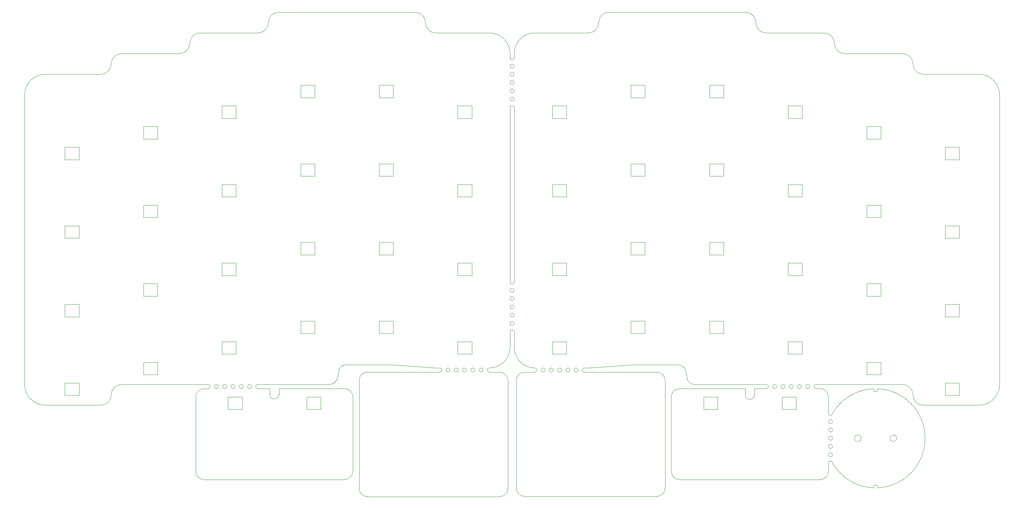
<source format=gbr>
%TF.GenerationSoftware,KiCad,Pcbnew,7.0.8*%
%TF.CreationDate,2024-04-16T05:21:19+09:00*%
%TF.ProjectId,pcb,7063622e-6b69-4636-9164-5f7063625858,rev?*%
%TF.SameCoordinates,Original*%
%TF.FileFunction,Profile,NP*%
%FSLAX46Y46*%
G04 Gerber Fmt 4.6, Leading zero omitted, Abs format (unit mm)*
G04 Created by KiCad (PCBNEW 7.0.8) date 2024-04-16 05:21:19*
%MOMM*%
%LPD*%
G01*
G04 APERTURE LIST*
%TA.AperFunction,Profile*%
%ADD10C,0.100000*%
%TD*%
%TA.AperFunction,Profile*%
%ADD11C,0.050000*%
%TD*%
%TA.AperFunction,Profile*%
%ADD12C,0.120000*%
%TD*%
G04 APERTURE END LIST*
D10*
X179500000Y-53964814D02*
X179500000Y-55000000D01*
X138500000Y-157000000D02*
X104500000Y-157000000D01*
X168000000Y-130500000D02*
G75*
G03*
X168000000Y-130500000I-500000J0D01*
G01*
X178500000Y-55000000D02*
X178500000Y-53964814D01*
X267403246Y-158751873D02*
G75*
G03*
X266403246Y-158751873I-500000J0D01*
G01*
X182000001Y-131000001D02*
G75*
G03*
X180000001Y-133000000I-1J-1999999D01*
G01*
X178500000Y-109250000D02*
G75*
G03*
X179500000Y-109250000I500000J0D01*
G01*
X110000000Y-134500000D02*
G75*
G03*
X110000000Y-134500000I-500000J0D01*
G01*
X255500000Y-141000000D02*
X255500001Y-137000000D01*
X278450000Y-139000000D02*
X291900000Y-139000000D01*
X220925617Y-130504572D02*
G75*
G03*
X219058947Y-129222522I-1866817J-718128D01*
G01*
X105500000Y-135000000D02*
G75*
G03*
X105500000Y-134000000I0J500000D01*
G01*
X61100000Y-134000000D02*
X61100000Y-63964814D01*
X267403246Y-135251873D02*
X267403246Y-135001873D01*
X158049986Y-46464814D02*
G75*
G03*
X160550000Y-48964814I2500014J14D01*
G01*
X267403246Y-158751873D02*
X267403246Y-159001873D01*
X138941052Y-129222522D02*
X150036000Y-129220000D01*
X179999993Y-159045107D02*
G75*
G03*
X181999999Y-161045107I2000007J7D01*
G01*
X253500000Y-157000000D02*
G75*
G03*
X255500000Y-155000000I0J2000000D01*
G01*
X273450000Y-134000000D02*
X252500000Y-134000000D01*
X179500000Y-59000000D02*
G75*
G03*
X179500000Y-59000000I-500000J0D01*
G01*
X214000001Y-131000000D02*
X196500000Y-131000000D01*
X273450000Y-53964814D02*
X259450000Y-53964814D01*
X237949986Y-46464814D02*
G75*
G03*
X235450000Y-43964814I-2499986J14D01*
G01*
X235400000Y-135000000D02*
X219500001Y-135000000D01*
X144004217Y-131000017D02*
G75*
G03*
X142004217Y-133000000I-17J-1999983D01*
G01*
X179500000Y-63000000D02*
G75*
G03*
X179500000Y-63000000I-500000J0D01*
G01*
X184500000Y-48964800D02*
G75*
G03*
X179500000Y-53964814I0J-5000000D01*
G01*
X177995785Y-159130893D02*
X177999999Y-133000000D01*
X252500000Y-135000000D02*
X253500001Y-135000000D01*
X197450000Y-48964814D02*
X184500000Y-48964814D01*
X179500000Y-115250000D02*
G75*
G03*
X179500000Y-115250000I-500000J0D01*
G01*
X249000000Y-134500000D02*
G75*
G03*
X249000000Y-134500000I-500000J0D01*
G01*
X235399999Y-136500000D02*
G75*
G03*
X237599999Y-136500000I1100000J0D01*
G01*
X221328371Y-132715647D02*
X220925638Y-130504564D01*
X140500000Y-137000000D02*
G75*
G03*
X138499999Y-135000000I-2000000J0D01*
G01*
X108000000Y-134500000D02*
G75*
G03*
X108000000Y-134500000I-500000J0D01*
G01*
X143999999Y-161130893D02*
X175995785Y-161130893D01*
X112000000Y-134500000D02*
G75*
G03*
X112000000Y-134500000I-500000J0D01*
G01*
X291900000Y-139000000D02*
G75*
G03*
X296900000Y-134000000I0J5000000D01*
G01*
X179500000Y-125000000D02*
X179500000Y-121250000D01*
X120400000Y-136400000D02*
G75*
G03*
X122600000Y-136400000I1100000J0D01*
G01*
X266403246Y-135251873D02*
G75*
G03*
X267403246Y-135251873I500000J0D01*
G01*
X179500000Y-113250000D02*
G75*
G03*
X179500000Y-113250000I-500000J0D01*
G01*
X216000003Y-159045107D02*
X216000001Y-133000000D01*
X237599999Y-136500000D02*
X237600000Y-135000000D01*
X173500000Y-130000000D02*
G75*
G03*
X178500000Y-125000000I0J5000000D01*
G01*
X253500000Y-157000000D02*
X219500000Y-157000000D01*
X136671628Y-132715647D02*
X137074361Y-130504564D01*
X219500001Y-135000001D02*
G75*
G03*
X217500001Y-137000000I-1J-1999999D01*
G01*
X254450000Y-48964814D02*
X240450000Y-48964814D01*
X296900000Y-134000000D02*
X296900000Y-63964814D01*
X84550000Y-134000000D02*
G75*
G03*
X82050000Y-136500000I0J-2500000D01*
G01*
X170000000Y-130500000D02*
G75*
G03*
X170000000Y-130500000I-500000J0D01*
G01*
X117500000Y-134000000D02*
G75*
G03*
X117500000Y-135000000I0J-500000D01*
G01*
X214000003Y-161045103D02*
G75*
G03*
X216000003Y-159045107I-3J2000003D01*
G01*
X255500000Y-141000000D02*
G75*
G03*
X256500000Y-141000000I500000J0D01*
G01*
X178499986Y-53964814D02*
G75*
G03*
X173500000Y-48964814I-4999986J14D01*
G01*
X102499999Y-137000000D02*
X102500000Y-155000000D01*
X197400000Y-130000000D02*
X196500000Y-130000000D01*
X161500000Y-131000000D02*
G75*
G03*
X161500000Y-130000000I0J500000D01*
G01*
X178500000Y-125000000D02*
X178500000Y-121250000D01*
X173500000Y-131000000D02*
X175999999Y-131000000D01*
X189000000Y-130500000D02*
G75*
G03*
X189000000Y-130500000I-500000J0D01*
G01*
X221328351Y-132715655D02*
G75*
G03*
X223195062Y-133997689I1866749J718055D01*
G01*
X247000000Y-134500000D02*
G75*
G03*
X247000000Y-134500000I-500000J0D01*
G01*
X140500000Y-155000000D02*
X140499999Y-137000000D01*
X173500000Y-130000000D02*
G75*
G03*
X173500000Y-131000000I0J-500000D01*
G01*
X266403248Y-135001924D02*
G75*
G03*
X256500000Y-141000000I499952J-11999976D01*
G01*
X179500000Y-111250000D02*
G75*
G03*
X179500000Y-111250000I-500000J0D01*
G01*
X179500000Y-125000000D02*
G75*
G03*
X184500000Y-130000000I5000000J0D01*
G01*
X266403246Y-135251873D02*
X266403246Y-135001873D01*
X122550000Y-43964800D02*
G75*
G03*
X120050000Y-46464814I0J-2500000D01*
G01*
X178500000Y-55000000D02*
G75*
G03*
X179500000Y-55000000I500000J0D01*
G01*
X122550000Y-43964814D02*
X155550000Y-43964814D01*
X98550000Y-53964800D02*
G75*
G03*
X101050000Y-51464814I0J2500000D01*
G01*
X256500000Y-145000000D02*
G75*
G03*
X256500000Y-145000000I-500000J0D01*
G01*
X255500000Y-137000000D02*
G75*
G03*
X253500001Y-135000000I-2000000J0D01*
G01*
X275949986Y-56464814D02*
G75*
G03*
X278450000Y-58964814I2500014J14D01*
G01*
X79550000Y-139000000D02*
X66100000Y-139000000D01*
X117500000Y-135000000D02*
X120400000Y-135000000D01*
X179500000Y-65000000D02*
G75*
G03*
X179500000Y-65000000I-500000J0D01*
G01*
X142000007Y-159130893D02*
G75*
G03*
X143999999Y-161130893I1999993J-7D01*
G01*
X175995785Y-161130885D02*
G75*
G03*
X177995785Y-159130893I15J1999985D01*
G01*
X182000001Y-131000000D02*
X184500000Y-131000000D01*
X138500000Y-157000000D02*
G75*
G03*
X140500000Y-155000000I0J2000000D01*
G01*
X195000000Y-130500000D02*
G75*
G03*
X195000000Y-130500000I-500000J0D01*
G01*
X79550000Y-139000000D02*
G75*
G03*
X82050000Y-136500000I0J2500000D01*
G01*
X79550000Y-58964800D02*
G75*
G03*
X82050000Y-56464814I0J2500000D01*
G01*
X122600000Y-136400000D02*
X122600000Y-135000000D01*
X179500000Y-57000000D02*
G75*
G03*
X179500000Y-57000000I-500000J0D01*
G01*
X214000003Y-161045107D02*
X181999999Y-161045107D01*
X256500000Y-149000000D02*
G75*
G03*
X256500000Y-149000000I-500000J0D01*
G01*
X191000000Y-130500000D02*
G75*
G03*
X191000000Y-130500000I-500000J0D01*
G01*
X84550000Y-53964800D02*
G75*
G03*
X82050000Y-56464814I0J-2500000D01*
G01*
X61100000Y-134000000D02*
G75*
G03*
X66100000Y-139000000I5000000J0D01*
G01*
X122600000Y-135000000D02*
X138499999Y-135000000D01*
X184500000Y-131000000D02*
G75*
G03*
X184500000Y-130000000I0J500000D01*
G01*
X179500000Y-109250000D02*
X179500000Y-67000000D01*
X196500000Y-130000000D02*
G75*
G03*
X196500000Y-131000000I0J-500000D01*
G01*
X105500000Y-135000000D02*
X104499999Y-135000000D01*
X256949986Y-51464814D02*
G75*
G03*
X259450000Y-53964814I2500014J14D01*
G01*
X251000000Y-134500000D02*
G75*
G03*
X251000000Y-134500000I-500000J0D01*
G01*
X178000000Y-133000000D02*
G75*
G03*
X175999999Y-131000000I-2000000J0D01*
G01*
X202450000Y-43964800D02*
G75*
G03*
X199950000Y-46464814I0J-2500000D01*
G01*
X193000000Y-130500000D02*
G75*
G03*
X193000000Y-130500000I-500000J0D01*
G01*
X179500000Y-121250000D02*
G75*
G03*
X178500000Y-121250000I-500000J0D01*
G01*
X138941052Y-129222493D02*
G75*
G03*
X137074361Y-130504564I-52J-1999907D01*
G01*
X66100000Y-58964814D02*
X79550000Y-58964814D01*
X187000000Y-130500000D02*
G75*
G03*
X187000000Y-130500000I-500000J0D01*
G01*
X255500000Y-155000000D02*
X255500000Y-153000000D01*
X291900000Y-58964814D02*
X278450000Y-58964814D01*
X150036000Y-129220000D02*
X160600000Y-130000000D01*
X102500000Y-155000000D02*
G75*
G03*
X104500000Y-157000000I2000000J0D01*
G01*
X120400000Y-136400000D02*
X120400000Y-135000000D01*
X117550000Y-48964800D02*
G75*
G03*
X120050000Y-46464814I0J2500000D01*
G01*
X275950000Y-136500000D02*
G75*
G03*
X278450000Y-139000000I2500000J0D01*
G01*
X160550000Y-48964814D02*
X173500000Y-48964814D01*
X235450000Y-43964814D02*
X202450000Y-43964814D01*
X197450000Y-48964800D02*
G75*
G03*
X199950000Y-46464814I0J2500000D01*
G01*
X217500000Y-155000000D02*
G75*
G03*
X219500000Y-157000000I2000000J0D01*
G01*
X252500000Y-134000000D02*
G75*
G03*
X252500000Y-135000000I0J-500000D01*
G01*
X243000000Y-134500000D02*
G75*
G03*
X243000000Y-134500000I-500000J0D01*
G01*
X134804937Y-133997701D02*
G75*
G03*
X136671628Y-132715647I63J1999901D01*
G01*
X158049986Y-46464814D02*
G75*
G03*
X155550000Y-43964814I-2499986J14D01*
G01*
X256500000Y-147000000D02*
G75*
G03*
X256500000Y-147000000I-500000J0D01*
G01*
X217500001Y-137000000D02*
X217500000Y-155000000D01*
X179500000Y-61000000D02*
G75*
G03*
X179500000Y-61000000I-500000J0D01*
G01*
X179500000Y-119250000D02*
G75*
G03*
X179500000Y-119250000I-500000J0D01*
G01*
X256499979Y-153003758D02*
G75*
G03*
X266403246Y-159001873I10403221J6001858D01*
G01*
X240500000Y-135000000D02*
G75*
G03*
X240500000Y-134000000I0J500000D01*
G01*
X103550000Y-48964800D02*
G75*
G03*
X101050000Y-51464814I0J-2500000D01*
G01*
X256500000Y-151000000D02*
G75*
G03*
X256500000Y-151000000I-500000J0D01*
G01*
X256949986Y-51464814D02*
G75*
G03*
X254450000Y-48964814I-2499986J14D01*
G01*
X160600000Y-130000000D02*
X161500000Y-130000000D01*
X207964000Y-129220000D02*
X197400000Y-130000000D01*
X161500000Y-131000000D02*
X144004217Y-131000000D01*
X141999999Y-159130893D02*
X142004217Y-133000000D01*
X134804937Y-133997689D02*
X117500000Y-134000000D01*
X164000000Y-130500000D02*
G75*
G03*
X164000000Y-130500000I-500000J0D01*
G01*
X216000000Y-133000000D02*
G75*
G03*
X214000001Y-131000000I-2000000J0D01*
G01*
X166000000Y-130500000D02*
G75*
G03*
X166000000Y-130500000I-500000J0D01*
G01*
X256500000Y-143000000D02*
G75*
G03*
X256500000Y-143000000I-500000J0D01*
G01*
X240500000Y-135000000D02*
X237600000Y-135000000D01*
X66100000Y-58964800D02*
G75*
G03*
X61100000Y-63964814I0J-5000000D01*
G01*
X266403246Y-158751873D02*
X266403246Y-159001873D01*
X245000000Y-134500000D02*
G75*
G03*
X245000000Y-134500000I-500000J0D01*
G01*
X256500000Y-153000000D02*
G75*
G03*
X255500000Y-153000000I-500000J0D01*
G01*
X116000000Y-134500000D02*
G75*
G03*
X116000000Y-134500000I-500000J0D01*
G01*
X104499999Y-134999999D02*
G75*
G03*
X102499999Y-137000000I1J-2000001D01*
G01*
X103550000Y-48964814D02*
X117550000Y-48964814D01*
X235399999Y-136500000D02*
X235400000Y-135000000D01*
X275950000Y-136500000D02*
G75*
G03*
X273450000Y-134000000I-2500000J0D01*
G01*
X179500000Y-117250000D02*
G75*
G03*
X179500000Y-117250000I-500000J0D01*
G01*
X275949986Y-56464814D02*
G75*
G03*
X273450000Y-53964814I-2499986J14D01*
G01*
X223195062Y-133997689D02*
X240500000Y-134000000D01*
X296899986Y-63964814D02*
G75*
G03*
X291900000Y-58964814I-4999986J14D01*
G01*
X179999999Y-159045107D02*
X180000001Y-133000000D01*
X179500000Y-67000000D02*
G75*
G03*
X178500000Y-67000000I-500000J0D01*
G01*
X267403246Y-159001866D02*
G75*
G03*
X267403246Y-135001874I-499996J11999996D01*
G01*
X237949986Y-46464814D02*
G75*
G03*
X240450000Y-48964814I2500014J14D01*
G01*
X178500000Y-67000000D02*
X178500000Y-109250000D01*
X219058947Y-129222522D02*
X207964000Y-129220000D01*
X114000000Y-134500000D02*
G75*
G03*
X114000000Y-134500000I-500000J0D01*
G01*
X105500000Y-134000000D02*
X84550000Y-134000000D01*
X172000000Y-130500000D02*
G75*
G03*
X172000000Y-130500000I-500000J0D01*
G01*
X84550000Y-53964814D02*
X98550000Y-53964814D01*
D11*
%TO.C,Joystick3*%
X272003246Y-147001873D02*
G75*
G03*
X272003246Y-147001873I-800000J0D01*
G01*
X263403246Y-147001873D02*
G75*
G03*
X263403246Y-147001873I-800000J0D01*
G01*
D12*
%TO.C,LED44_L1*%
X228700000Y-140000000D02*
X228700000Y-137000000D01*
X228700000Y-137000000D02*
X225300000Y-137000000D01*
X225300000Y-140000000D02*
X228700000Y-140000000D01*
X225300000Y-137000000D02*
X225300000Y-140000000D01*
%TO.C,LED32_L1*%
X226750000Y-99609851D02*
X226750000Y-102609851D01*
X226750000Y-102609851D02*
X230150000Y-102609851D01*
X230150000Y-99609851D02*
X226750000Y-99609851D01*
X230150000Y-102609851D02*
X230150000Y-99609851D01*
%TO.C,LED43_R1*%
X89850000Y-128609851D02*
X89850000Y-131609851D01*
X89850000Y-131609851D02*
X93250000Y-131609851D01*
X93250000Y-128609851D02*
X89850000Y-128609851D01*
X93250000Y-131609851D02*
X93250000Y-128609851D01*
%TO.C,LED20_R1*%
X127850000Y-61609851D02*
X127850000Y-64609851D01*
X127850000Y-64609851D02*
X131250000Y-64609851D01*
X131250000Y-61609851D02*
X127850000Y-61609851D01*
X131250000Y-64609851D02*
X131250000Y-61609851D01*
%TO.C,LED52_L1*%
X188750000Y-104609851D02*
X188750000Y-107609851D01*
X188750000Y-107609851D02*
X192150000Y-107609851D01*
X192150000Y-104609851D02*
X188750000Y-104609851D01*
X192150000Y-107609851D02*
X192150000Y-104609851D01*
%TO.C,LED03_R1*%
X165850000Y-123609851D02*
X165850000Y-126609851D01*
X165850000Y-126609851D02*
X169250000Y-126609851D01*
X169250000Y-123609851D02*
X165850000Y-123609851D01*
X169250000Y-126609851D02*
X169250000Y-123609851D01*
%TO.C,LED31_R1*%
X108850000Y-85609851D02*
X108850000Y-88609851D01*
X108850000Y-88609851D02*
X112250000Y-88609851D01*
X112250000Y-85609851D02*
X108850000Y-85609851D01*
X112250000Y-88609851D02*
X112250000Y-85609851D01*
%TO.C,LED33_L1*%
X226750000Y-118609851D02*
X226750000Y-121609851D01*
X226750000Y-121609851D02*
X230150000Y-121609851D01*
X230150000Y-118609851D02*
X226750000Y-118609851D01*
X230150000Y-121609851D02*
X230150000Y-118609851D01*
%TO.C,LED33_R1*%
X108850000Y-123609851D02*
X108850000Y-126609851D01*
X108850000Y-126609851D02*
X112250000Y-126609851D01*
X112250000Y-123609851D02*
X108850000Y-123609851D01*
X112250000Y-126609851D02*
X112250000Y-123609851D01*
%TO.C,LED51_R1*%
X70850000Y-95609851D02*
X70850000Y-98609851D01*
X70850000Y-98609851D02*
X74250000Y-98609851D01*
X74250000Y-95609851D02*
X70850000Y-95609851D01*
X74250000Y-98609851D02*
X74250000Y-95609851D01*
%TO.C,LED22_R1*%
X127850000Y-99609851D02*
X127850000Y-102609851D01*
X127850000Y-102609851D02*
X131250000Y-102609851D01*
X131250000Y-99609851D02*
X127850000Y-99609851D01*
X131250000Y-102609851D02*
X131250000Y-99609851D01*
%TO.C,LED02_L1*%
X283750000Y-114609851D02*
X283750000Y-117609851D01*
X283750000Y-117609851D02*
X287150000Y-117609851D01*
X287150000Y-114609851D02*
X283750000Y-114609851D01*
X287150000Y-117609851D02*
X287150000Y-114609851D01*
%TO.C,LED43_L1*%
X207750000Y-118609851D02*
X207750000Y-121609851D01*
X207750000Y-121609851D02*
X211150000Y-121609851D01*
X211150000Y-118609851D02*
X207750000Y-118609851D01*
X211150000Y-121609851D02*
X211150000Y-118609851D01*
%TO.C,LED00_R1*%
X165850000Y-66609851D02*
X165850000Y-69609851D01*
X165850000Y-69609851D02*
X169250000Y-69609851D01*
X169250000Y-66609851D02*
X165850000Y-66609851D01*
X169250000Y-69609851D02*
X169250000Y-66609851D01*
%TO.C,LED21_R1*%
X127850000Y-80609851D02*
X127850000Y-83609851D01*
X127850000Y-83609851D02*
X131250000Y-83609851D01*
X131250000Y-80609851D02*
X127850000Y-80609851D01*
X131250000Y-83609851D02*
X131250000Y-80609851D01*
%TO.C,LED40_R1*%
X89850000Y-71609851D02*
X89850000Y-74609851D01*
X89850000Y-74609851D02*
X93250000Y-74609851D01*
X93250000Y-71609851D02*
X89850000Y-71609851D01*
X93250000Y-74609851D02*
X93250000Y-71609851D01*
%TO.C,LED01_R1*%
X165850000Y-85609851D02*
X165850000Y-88609851D01*
X165850000Y-88609851D02*
X169250000Y-88609851D01*
X169250000Y-85609851D02*
X165850000Y-85609851D01*
X169250000Y-88609851D02*
X169250000Y-85609851D01*
%TO.C,LED02_R1*%
X165850000Y-104609851D02*
X165850000Y-107609851D01*
X165850000Y-107609851D02*
X169250000Y-107609851D01*
X169250000Y-104609851D02*
X165850000Y-104609851D01*
X169250000Y-107609851D02*
X169250000Y-104609851D01*
%TO.C,LED11_L1*%
X264750000Y-90609851D02*
X264750000Y-93609851D01*
X264750000Y-93609851D02*
X268150000Y-93609851D01*
X268150000Y-90609851D02*
X264750000Y-90609851D01*
X268150000Y-93609851D02*
X268150000Y-90609851D01*
%TO.C,LED23_R1*%
X127850000Y-118609851D02*
X127850000Y-121609851D01*
X127850000Y-121609851D02*
X131250000Y-121609851D01*
X131250000Y-118609851D02*
X127850000Y-118609851D01*
X131250000Y-121609851D02*
X131250000Y-118609851D01*
%TO.C,LE300_R1*%
X108850000Y-66609851D02*
X108850000Y-69609851D01*
X108850000Y-69609851D02*
X112250000Y-69609851D01*
X112250000Y-66609851D02*
X108850000Y-66609851D01*
X112250000Y-69609851D02*
X112250000Y-66609851D01*
%TO.C,LED41_L1*%
X207750000Y-80609851D02*
X207750000Y-83609851D01*
X207750000Y-83609851D02*
X211150000Y-83609851D01*
X211150000Y-80609851D02*
X207750000Y-80609851D01*
X211150000Y-83609851D02*
X211150000Y-80609851D01*
%TO.C,LED03_L1*%
X283750000Y-133609851D02*
X283750000Y-136609851D01*
X283750000Y-136609851D02*
X287150000Y-136609851D01*
X287150000Y-133609851D02*
X283750000Y-133609851D01*
X287150000Y-136609851D02*
X287150000Y-133609851D01*
%TO.C,LED10_R1*%
X146850000Y-61609851D02*
X146850000Y-64609851D01*
X146850000Y-64609851D02*
X150250000Y-64609851D01*
X150250000Y-61609851D02*
X146850000Y-61609851D01*
X150250000Y-64609851D02*
X150250000Y-61609851D01*
%TO.C,LED50_L1*%
X188750000Y-66609851D02*
X188750000Y-69609851D01*
X188750000Y-69609851D02*
X192150000Y-69609851D01*
X192150000Y-66609851D02*
X188750000Y-66609851D01*
X192150000Y-69609851D02*
X192150000Y-66609851D01*
%TO.C,LED50_R1*%
X70850000Y-76609851D02*
X70850000Y-79609851D01*
X70850000Y-79609851D02*
X74250000Y-79609851D01*
X74250000Y-76609851D02*
X70850000Y-76609851D01*
X74250000Y-79609851D02*
X74250000Y-76609851D01*
%TO.C,LED10_L1*%
X264750000Y-71609851D02*
X264750000Y-74609851D01*
X264750000Y-74609851D02*
X268150000Y-74609851D01*
X268150000Y-71609851D02*
X264750000Y-71609851D01*
X268150000Y-74609851D02*
X268150000Y-71609851D01*
%TO.C,LED13_L1*%
X264750000Y-128609851D02*
X264750000Y-131609851D01*
X264750000Y-131609851D02*
X268150000Y-131609851D01*
X268150000Y-128609851D02*
X264750000Y-128609851D01*
X268150000Y-131609851D02*
X268150000Y-128609851D01*
%TO.C,LED42_L1*%
X207750000Y-99609851D02*
X207750000Y-102609851D01*
X207750000Y-102609851D02*
X211150000Y-102609851D01*
X211150000Y-99609851D02*
X207750000Y-99609851D01*
X211150000Y-102609851D02*
X211150000Y-99609851D01*
%TO.C,LED52_R1*%
X70850000Y-114609851D02*
X70850000Y-117609851D01*
X70850000Y-117609851D02*
X74250000Y-117609851D01*
X74250000Y-114609851D02*
X70850000Y-114609851D01*
X74250000Y-117609851D02*
X74250000Y-114609851D01*
%TO.C,LED11_R1*%
X146850000Y-80609851D02*
X146850000Y-83609851D01*
X146850000Y-83609851D02*
X150250000Y-83609851D01*
X150250000Y-80609851D02*
X146850000Y-80609851D01*
X150250000Y-83609851D02*
X150250000Y-80609851D01*
%TO.C,LED53_R1*%
X70850000Y-133609851D02*
X70850000Y-136609851D01*
X70850000Y-136609851D02*
X74250000Y-136609851D01*
X74250000Y-133609851D02*
X70850000Y-133609851D01*
X74250000Y-136609851D02*
X74250000Y-133609851D01*
%TO.C,LED31_L1*%
X226750000Y-80609851D02*
X226750000Y-83609851D01*
X226750000Y-83609851D02*
X230150000Y-83609851D01*
X230150000Y-80609851D02*
X226750000Y-80609851D01*
X230150000Y-83609851D02*
X230150000Y-80609851D01*
%TO.C,LED23_L1*%
X245750000Y-123609851D02*
X245750000Y-126609851D01*
X245750000Y-126609851D02*
X249150000Y-126609851D01*
X249150000Y-123609851D02*
X245750000Y-123609851D01*
X249150000Y-126609851D02*
X249150000Y-123609851D01*
%TO.C,LED21_L1*%
X245750000Y-85609851D02*
X245750000Y-88609851D01*
X245750000Y-88609851D02*
X249150000Y-88609851D01*
X249150000Y-85609851D02*
X245750000Y-85609851D01*
X249150000Y-88609851D02*
X249150000Y-85609851D01*
%TO.C,LED13_R1*%
X146850000Y-118609851D02*
X146850000Y-121609851D01*
X146850000Y-121609851D02*
X150250000Y-121609851D01*
X150250000Y-118609851D02*
X146850000Y-118609851D01*
X150250000Y-121609851D02*
X150250000Y-118609851D01*
%TO.C,LED14_R1*%
X132700000Y-140000000D02*
X132700000Y-137000000D01*
X132700000Y-137000000D02*
X129300000Y-137000000D01*
X129300000Y-140000000D02*
X132700000Y-140000000D01*
X129300000Y-137000000D02*
X129300000Y-140000000D01*
%TO.C,LED41_R1*%
X89850000Y-90609851D02*
X89850000Y-93609851D01*
X89850000Y-93609851D02*
X93250000Y-93609851D01*
X93250000Y-90609851D02*
X89850000Y-90609851D01*
X93250000Y-93609851D02*
X93250000Y-90609851D01*
%TO.C,LED04_R1*%
X113700000Y-140000000D02*
X113700000Y-137000000D01*
X113700000Y-137000000D02*
X110300000Y-137000000D01*
X110300000Y-140000000D02*
X113700000Y-140000000D01*
X110300000Y-137000000D02*
X110300000Y-140000000D01*
%TO.C,LED00_L1*%
X283750000Y-76609851D02*
X283750000Y-79609851D01*
X283750000Y-79609851D02*
X287150000Y-79609851D01*
X287150000Y-76609851D02*
X283750000Y-76609851D01*
X287150000Y-79609851D02*
X287150000Y-76609851D01*
%TO.C,LED30_L1*%
X226750000Y-61609851D02*
X226750000Y-64609851D01*
X226750000Y-64609851D02*
X230150000Y-64609851D01*
X230150000Y-61609851D02*
X226750000Y-61609851D01*
X230150000Y-64609851D02*
X230150000Y-61609851D01*
%TO.C,LED32_R1*%
X108850000Y-104609851D02*
X108850000Y-107609851D01*
X108850000Y-107609851D02*
X112250000Y-107609851D01*
X112250000Y-104609851D02*
X108850000Y-104609851D01*
X112250000Y-107609851D02*
X112250000Y-104609851D01*
%TO.C,LED12_R1*%
X146850000Y-99609851D02*
X146850000Y-102609851D01*
X146850000Y-102609851D02*
X150250000Y-102609851D01*
X150250000Y-99609851D02*
X146850000Y-99609851D01*
X150250000Y-102609851D02*
X150250000Y-99609851D01*
%TO.C,LED42_R1*%
X89850000Y-109609851D02*
X89850000Y-112609851D01*
X89850000Y-112609851D02*
X93250000Y-112609851D01*
X93250000Y-109609851D02*
X89850000Y-109609851D01*
X93250000Y-112609851D02*
X93250000Y-109609851D01*
%TO.C,LED51_L1*%
X188750000Y-85609851D02*
X188750000Y-88609851D01*
X188750000Y-88609851D02*
X192150000Y-88609851D01*
X192150000Y-85609851D02*
X188750000Y-85609851D01*
X192150000Y-88609851D02*
X192150000Y-85609851D01*
%TO.C,LED54_L1*%
X247700000Y-140000000D02*
X247700000Y-137000000D01*
X247700000Y-137000000D02*
X244300000Y-137000000D01*
X244300000Y-140000000D02*
X247700000Y-140000000D01*
X244300000Y-137000000D02*
X244300000Y-140000000D01*
%TO.C,LED53_L1*%
X188750000Y-123609851D02*
X188750000Y-126609851D01*
X188750000Y-126609851D02*
X192150000Y-126609851D01*
X192150000Y-123609851D02*
X188750000Y-123609851D01*
X192150000Y-126609851D02*
X192150000Y-123609851D01*
%TO.C,LED40_L1*%
X207750000Y-61609851D02*
X207750000Y-64609851D01*
X207750000Y-64609851D02*
X211150000Y-64609851D01*
X211150000Y-61609851D02*
X207750000Y-61609851D01*
X211150000Y-64609851D02*
X211150000Y-61609851D01*
%TO.C,LED12_L1*%
X264750000Y-109609851D02*
X264750000Y-112609851D01*
X264750000Y-112609851D02*
X268150000Y-112609851D01*
X268150000Y-109609851D02*
X264750000Y-109609851D01*
X268150000Y-112609851D02*
X268150000Y-109609851D01*
%TO.C,LED01_L1*%
X283750000Y-95609851D02*
X283750000Y-98609851D01*
X283750000Y-98609851D02*
X287150000Y-98609851D01*
X287150000Y-95609851D02*
X283750000Y-95609851D01*
X287150000Y-98609851D02*
X287150000Y-95609851D01*
%TO.C,LED20_L1*%
X245750000Y-66609851D02*
X245750000Y-69609851D01*
X245750000Y-69609851D02*
X249150000Y-69609851D01*
X249150000Y-66609851D02*
X245750000Y-66609851D01*
X249150000Y-69609851D02*
X249150000Y-66609851D01*
%TO.C,LED22_L1*%
X245750000Y-104609851D02*
X245750000Y-107609851D01*
X245750000Y-107609851D02*
X249150000Y-107609851D01*
X249150000Y-104609851D02*
X245750000Y-104609851D01*
X249150000Y-107609851D02*
X249150000Y-104609851D01*
%TD*%
M02*

</source>
